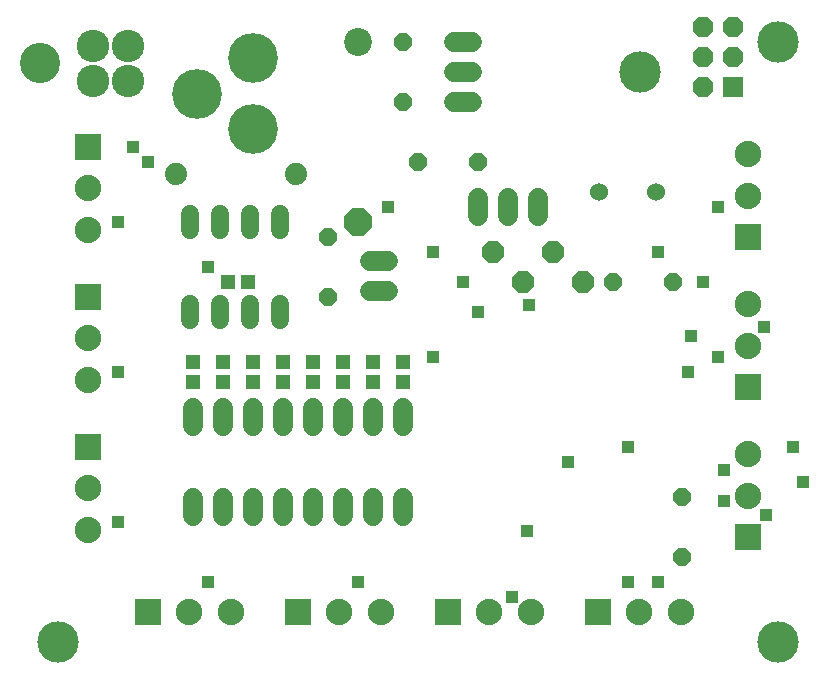
<source format=gbs>
G75*
G70*
%OFA0B0*%
%FSLAX24Y24*%
%IPPOS*%
%LPD*%
%AMOC8*
5,1,8,0,0,1.08239X$1,22.5*
%
%ADD10C,0.0600*%
%ADD11OC8,0.0710*%
%ADD12C,0.0740*%
%ADD13C,0.0600*%
%ADD14C,0.1080*%
%ADD15C,0.1340*%
%ADD16C,0.0680*%
%ADD17R,0.0680X0.0680*%
%ADD18OC8,0.0680*%
%ADD19C,0.0930*%
%ADD20OC8,0.0930*%
%ADD21OC8,0.0600*%
%ADD22C,0.1380*%
%ADD23R,0.0880X0.0880*%
%ADD24C,0.0880*%
%ADD25R,0.0513X0.0474*%
%ADD26C,0.0662*%
%ADD27R,0.0474X0.0513*%
%ADD28C,0.1660*%
%ADD29R,0.0440X0.0440*%
D10*
X019893Y016843D03*
X021793Y016843D03*
D11*
X019343Y013843D03*
X018343Y014843D03*
X017343Y013843D03*
X016343Y014843D03*
D12*
X009793Y017443D03*
X005793Y017443D03*
D13*
X006243Y016103D02*
X006243Y015583D01*
X007243Y015583D02*
X007243Y016103D01*
X008243Y016103D02*
X008243Y015583D01*
X009243Y015583D02*
X009243Y016103D01*
X009243Y013103D02*
X009243Y012583D01*
X008243Y012583D02*
X008243Y013103D01*
X007243Y013103D02*
X007243Y012583D01*
X006243Y012583D02*
X006243Y013103D01*
D14*
X004193Y020549D03*
X004193Y021730D03*
X003012Y021730D03*
X003012Y020549D03*
D15*
X001240Y021140D03*
D16*
X012243Y014543D02*
X012843Y014543D01*
X012843Y013543D02*
X012243Y013543D01*
X015843Y016043D02*
X015843Y016643D01*
X016843Y016643D02*
X016843Y016043D01*
X017843Y016043D02*
X017843Y016643D01*
X015643Y019843D02*
X015043Y019843D01*
X015043Y020843D02*
X015643Y020843D01*
X015643Y021843D02*
X015043Y021843D01*
D17*
X024343Y020343D03*
D18*
X023343Y020343D03*
X023343Y021343D03*
X024343Y021343D03*
X024343Y022343D03*
X023343Y022343D03*
D19*
X011843Y021843D03*
D20*
X011843Y015843D03*
D21*
X010843Y015343D03*
X010843Y013343D03*
X013843Y017843D03*
X015843Y017843D03*
X013343Y019843D03*
X013343Y021843D03*
X020343Y013843D03*
X022343Y013843D03*
X022643Y006693D03*
X022643Y004693D03*
D22*
X001843Y001843D03*
X021243Y020843D03*
X025843Y021843D03*
X025843Y001843D03*
D23*
X024843Y005343D03*
X019843Y002843D03*
X014843Y002843D03*
X009843Y002843D03*
X004843Y002843D03*
X002843Y008343D03*
X002843Y013343D03*
X002843Y018343D03*
X024843Y015343D03*
X024843Y010343D03*
D24*
X024843Y011721D03*
X024843Y013099D03*
X024843Y016721D03*
X024843Y018099D03*
X024843Y008099D03*
X024843Y006721D03*
X022599Y002843D03*
X021221Y002843D03*
X017599Y002843D03*
X016221Y002843D03*
X012599Y002843D03*
X011221Y002843D03*
X007599Y002843D03*
X006221Y002843D03*
X002843Y005587D03*
X002843Y006965D03*
X002843Y010587D03*
X002843Y011965D03*
X002843Y015587D03*
X002843Y016965D03*
D25*
X006343Y011177D03*
X006343Y010508D03*
X007343Y010508D03*
X007343Y011177D03*
X008343Y011177D03*
X008343Y010508D03*
X009343Y010508D03*
X009343Y011177D03*
X010343Y011177D03*
X010343Y010508D03*
X011343Y010508D03*
X011343Y011177D03*
X012343Y011177D03*
X012343Y010508D03*
X013343Y010508D03*
X013343Y011177D03*
D26*
X013343Y009634D02*
X013343Y009052D01*
X012343Y009052D02*
X012343Y009634D01*
X011343Y009634D02*
X011343Y009052D01*
X010343Y009052D02*
X010343Y009634D01*
X009343Y009634D02*
X009343Y009052D01*
X008343Y009052D02*
X008343Y009634D01*
X007343Y009634D02*
X007343Y009052D01*
X006343Y009052D02*
X006343Y009634D01*
X006343Y006634D02*
X006343Y006052D01*
X007343Y006052D02*
X007343Y006634D01*
X008343Y006634D02*
X008343Y006052D01*
X009343Y006052D02*
X009343Y006634D01*
X010343Y006634D02*
X010343Y006052D01*
X011343Y006052D02*
X011343Y006634D01*
X012343Y006634D02*
X012343Y006052D01*
X013343Y006052D02*
X013343Y006634D01*
D27*
X008177Y013843D03*
X007508Y013843D03*
D28*
X008343Y018949D03*
X006492Y020130D03*
X008343Y021311D03*
D29*
X004843Y017843D03*
X004343Y018343D03*
X003843Y015843D03*
X006843Y014343D03*
X003843Y010843D03*
X003843Y005843D03*
X006843Y003843D03*
X011843Y003843D03*
X016993Y003343D03*
X017493Y005543D03*
X018843Y007843D03*
X020843Y008343D03*
X022843Y010843D03*
X023843Y011343D03*
X022943Y012043D03*
X023343Y013843D03*
X021843Y014843D03*
X023843Y016343D03*
X025393Y012343D03*
X026343Y008343D03*
X026693Y007193D03*
X025443Y006093D03*
X024043Y006543D03*
X024043Y007593D03*
X021843Y003843D03*
X020843Y003843D03*
X014343Y011343D03*
X015843Y012843D03*
X015343Y013843D03*
X014343Y014843D03*
X012843Y016343D03*
X017543Y013093D03*
M02*

</source>
